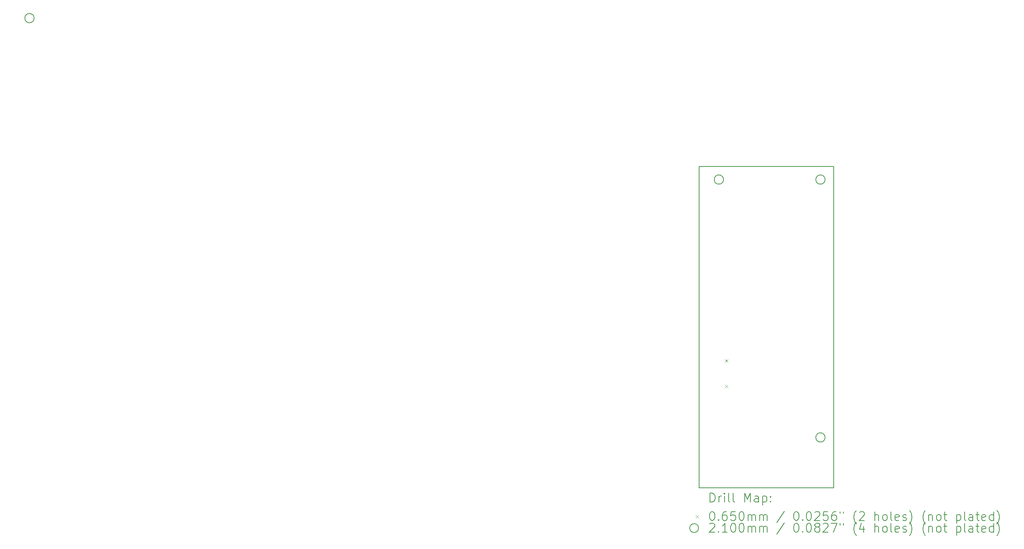
<source format=gbr>
%TF.GenerationSoftware,KiCad,Pcbnew,8.0.1*%
%TF.CreationDate,2025-06-08T13:02:29-04:00*%
%TF.ProjectId,Topaz,546f7061-7a2e-46b6-9963-61645f706362,rev?*%
%TF.SameCoordinates,Original*%
%TF.FileFunction,Drillmap*%
%TF.FilePolarity,Positive*%
%FSLAX45Y45*%
G04 Gerber Fmt 4.5, Leading zero omitted, Abs format (unit mm)*
G04 Created by KiCad (PCBNEW 8.0.1) date 2025-06-08 13:02:29*
%MOMM*%
%LPD*%
G01*
G04 APERTURE LIST*
%ADD10C,0.200000*%
%ADD11C,0.100000*%
%ADD12C,0.210000*%
G04 APERTURE END LIST*
D10*
X15400000Y-3600000D02*
X18450000Y-3600000D01*
X18450000Y-10892933D01*
X15400000Y-10892933D01*
X15400000Y-3600000D01*
D11*
X15988845Y-7978465D02*
X16053845Y-8043465D01*
X16053845Y-7978465D02*
X15988845Y-8043465D01*
X15988845Y-8556465D02*
X16053845Y-8621465D01*
X16053845Y-8556465D02*
X15988845Y-8621465D01*
D12*
X342500Y-237500D02*
G75*
G02*
X132500Y-237500I-105000J0D01*
G01*
X132500Y-237500D02*
G75*
G02*
X342500Y-237500I105000J0D01*
G01*
X15955000Y-3900000D02*
G75*
G02*
X15745000Y-3900000I-105000J0D01*
G01*
X15745000Y-3900000D02*
G75*
G02*
X15955000Y-3900000I105000J0D01*
G01*
X18255000Y-3900000D02*
G75*
G02*
X18045000Y-3900000I-105000J0D01*
G01*
X18045000Y-3900000D02*
G75*
G02*
X18255000Y-3900000I105000J0D01*
G01*
X18255000Y-9750000D02*
G75*
G02*
X18045000Y-9750000I-105000J0D01*
G01*
X18045000Y-9750000D02*
G75*
G02*
X18255000Y-9750000I105000J0D01*
G01*
D10*
X15650777Y-11214416D02*
X15650777Y-11014417D01*
X15650777Y-11014417D02*
X15698396Y-11014417D01*
X15698396Y-11014417D02*
X15726967Y-11023940D01*
X15726967Y-11023940D02*
X15746015Y-11042988D01*
X15746015Y-11042988D02*
X15755539Y-11062036D01*
X15755539Y-11062036D02*
X15765062Y-11100131D01*
X15765062Y-11100131D02*
X15765062Y-11128702D01*
X15765062Y-11128702D02*
X15755539Y-11166797D01*
X15755539Y-11166797D02*
X15746015Y-11185845D01*
X15746015Y-11185845D02*
X15726967Y-11204893D01*
X15726967Y-11204893D02*
X15698396Y-11214416D01*
X15698396Y-11214416D02*
X15650777Y-11214416D01*
X15850777Y-11214416D02*
X15850777Y-11081083D01*
X15850777Y-11119178D02*
X15860301Y-11100131D01*
X15860301Y-11100131D02*
X15869824Y-11090607D01*
X15869824Y-11090607D02*
X15888872Y-11081083D01*
X15888872Y-11081083D02*
X15907920Y-11081083D01*
X15974586Y-11214416D02*
X15974586Y-11081083D01*
X15974586Y-11014417D02*
X15965062Y-11023940D01*
X15965062Y-11023940D02*
X15974586Y-11033464D01*
X15974586Y-11033464D02*
X15984110Y-11023940D01*
X15984110Y-11023940D02*
X15974586Y-11014417D01*
X15974586Y-11014417D02*
X15974586Y-11033464D01*
X16098396Y-11214416D02*
X16079348Y-11204893D01*
X16079348Y-11204893D02*
X16069824Y-11185845D01*
X16069824Y-11185845D02*
X16069824Y-11014417D01*
X16203158Y-11214416D02*
X16184110Y-11204893D01*
X16184110Y-11204893D02*
X16174586Y-11185845D01*
X16174586Y-11185845D02*
X16174586Y-11014417D01*
X16431729Y-11214416D02*
X16431729Y-11014417D01*
X16431729Y-11014417D02*
X16498396Y-11157274D01*
X16498396Y-11157274D02*
X16565062Y-11014417D01*
X16565062Y-11014417D02*
X16565062Y-11214416D01*
X16746015Y-11214416D02*
X16746015Y-11109655D01*
X16746015Y-11109655D02*
X16736491Y-11090607D01*
X16736491Y-11090607D02*
X16717443Y-11081083D01*
X16717443Y-11081083D02*
X16679348Y-11081083D01*
X16679348Y-11081083D02*
X16660301Y-11090607D01*
X16746015Y-11204893D02*
X16726967Y-11214416D01*
X16726967Y-11214416D02*
X16679348Y-11214416D01*
X16679348Y-11214416D02*
X16660301Y-11204893D01*
X16660301Y-11204893D02*
X16650777Y-11185845D01*
X16650777Y-11185845D02*
X16650777Y-11166797D01*
X16650777Y-11166797D02*
X16660301Y-11147750D01*
X16660301Y-11147750D02*
X16679348Y-11138226D01*
X16679348Y-11138226D02*
X16726967Y-11138226D01*
X16726967Y-11138226D02*
X16746015Y-11128702D01*
X16841253Y-11081083D02*
X16841253Y-11281083D01*
X16841253Y-11090607D02*
X16860301Y-11081083D01*
X16860301Y-11081083D02*
X16898396Y-11081083D01*
X16898396Y-11081083D02*
X16917444Y-11090607D01*
X16917444Y-11090607D02*
X16926967Y-11100131D01*
X16926967Y-11100131D02*
X16936491Y-11119178D01*
X16936491Y-11119178D02*
X16936491Y-11176321D01*
X16936491Y-11176321D02*
X16926967Y-11195369D01*
X16926967Y-11195369D02*
X16917444Y-11204893D01*
X16917444Y-11204893D02*
X16898396Y-11214416D01*
X16898396Y-11214416D02*
X16860301Y-11214416D01*
X16860301Y-11214416D02*
X16841253Y-11204893D01*
X17022205Y-11195369D02*
X17031729Y-11204893D01*
X17031729Y-11204893D02*
X17022205Y-11214416D01*
X17022205Y-11214416D02*
X17012682Y-11204893D01*
X17012682Y-11204893D02*
X17022205Y-11195369D01*
X17022205Y-11195369D02*
X17022205Y-11214416D01*
X17022205Y-11090607D02*
X17031729Y-11100131D01*
X17031729Y-11100131D02*
X17022205Y-11109655D01*
X17022205Y-11109655D02*
X17012682Y-11100131D01*
X17012682Y-11100131D02*
X17022205Y-11090607D01*
X17022205Y-11090607D02*
X17022205Y-11109655D01*
D11*
X15325000Y-11510433D02*
X15390000Y-11575433D01*
X15390000Y-11510433D02*
X15325000Y-11575433D01*
D10*
X15688872Y-11434416D02*
X15707920Y-11434416D01*
X15707920Y-11434416D02*
X15726967Y-11443940D01*
X15726967Y-11443940D02*
X15736491Y-11453464D01*
X15736491Y-11453464D02*
X15746015Y-11472512D01*
X15746015Y-11472512D02*
X15755539Y-11510607D01*
X15755539Y-11510607D02*
X15755539Y-11558226D01*
X15755539Y-11558226D02*
X15746015Y-11596321D01*
X15746015Y-11596321D02*
X15736491Y-11615369D01*
X15736491Y-11615369D02*
X15726967Y-11624893D01*
X15726967Y-11624893D02*
X15707920Y-11634416D01*
X15707920Y-11634416D02*
X15688872Y-11634416D01*
X15688872Y-11634416D02*
X15669824Y-11624893D01*
X15669824Y-11624893D02*
X15660301Y-11615369D01*
X15660301Y-11615369D02*
X15650777Y-11596321D01*
X15650777Y-11596321D02*
X15641253Y-11558226D01*
X15641253Y-11558226D02*
X15641253Y-11510607D01*
X15641253Y-11510607D02*
X15650777Y-11472512D01*
X15650777Y-11472512D02*
X15660301Y-11453464D01*
X15660301Y-11453464D02*
X15669824Y-11443940D01*
X15669824Y-11443940D02*
X15688872Y-11434416D01*
X15841253Y-11615369D02*
X15850777Y-11624893D01*
X15850777Y-11624893D02*
X15841253Y-11634416D01*
X15841253Y-11634416D02*
X15831729Y-11624893D01*
X15831729Y-11624893D02*
X15841253Y-11615369D01*
X15841253Y-11615369D02*
X15841253Y-11634416D01*
X16022205Y-11434416D02*
X15984110Y-11434416D01*
X15984110Y-11434416D02*
X15965062Y-11443940D01*
X15965062Y-11443940D02*
X15955539Y-11453464D01*
X15955539Y-11453464D02*
X15936491Y-11482035D01*
X15936491Y-11482035D02*
X15926967Y-11520131D01*
X15926967Y-11520131D02*
X15926967Y-11596321D01*
X15926967Y-11596321D02*
X15936491Y-11615369D01*
X15936491Y-11615369D02*
X15946015Y-11624893D01*
X15946015Y-11624893D02*
X15965062Y-11634416D01*
X15965062Y-11634416D02*
X16003158Y-11634416D01*
X16003158Y-11634416D02*
X16022205Y-11624893D01*
X16022205Y-11624893D02*
X16031729Y-11615369D01*
X16031729Y-11615369D02*
X16041253Y-11596321D01*
X16041253Y-11596321D02*
X16041253Y-11548702D01*
X16041253Y-11548702D02*
X16031729Y-11529655D01*
X16031729Y-11529655D02*
X16022205Y-11520131D01*
X16022205Y-11520131D02*
X16003158Y-11510607D01*
X16003158Y-11510607D02*
X15965062Y-11510607D01*
X15965062Y-11510607D02*
X15946015Y-11520131D01*
X15946015Y-11520131D02*
X15936491Y-11529655D01*
X15936491Y-11529655D02*
X15926967Y-11548702D01*
X16222205Y-11434416D02*
X16126967Y-11434416D01*
X16126967Y-11434416D02*
X16117443Y-11529655D01*
X16117443Y-11529655D02*
X16126967Y-11520131D01*
X16126967Y-11520131D02*
X16146015Y-11510607D01*
X16146015Y-11510607D02*
X16193634Y-11510607D01*
X16193634Y-11510607D02*
X16212682Y-11520131D01*
X16212682Y-11520131D02*
X16222205Y-11529655D01*
X16222205Y-11529655D02*
X16231729Y-11548702D01*
X16231729Y-11548702D02*
X16231729Y-11596321D01*
X16231729Y-11596321D02*
X16222205Y-11615369D01*
X16222205Y-11615369D02*
X16212682Y-11624893D01*
X16212682Y-11624893D02*
X16193634Y-11634416D01*
X16193634Y-11634416D02*
X16146015Y-11634416D01*
X16146015Y-11634416D02*
X16126967Y-11624893D01*
X16126967Y-11624893D02*
X16117443Y-11615369D01*
X16355539Y-11434416D02*
X16374586Y-11434416D01*
X16374586Y-11434416D02*
X16393634Y-11443940D01*
X16393634Y-11443940D02*
X16403158Y-11453464D01*
X16403158Y-11453464D02*
X16412682Y-11472512D01*
X16412682Y-11472512D02*
X16422205Y-11510607D01*
X16422205Y-11510607D02*
X16422205Y-11558226D01*
X16422205Y-11558226D02*
X16412682Y-11596321D01*
X16412682Y-11596321D02*
X16403158Y-11615369D01*
X16403158Y-11615369D02*
X16393634Y-11624893D01*
X16393634Y-11624893D02*
X16374586Y-11634416D01*
X16374586Y-11634416D02*
X16355539Y-11634416D01*
X16355539Y-11634416D02*
X16336491Y-11624893D01*
X16336491Y-11624893D02*
X16326967Y-11615369D01*
X16326967Y-11615369D02*
X16317443Y-11596321D01*
X16317443Y-11596321D02*
X16307920Y-11558226D01*
X16307920Y-11558226D02*
X16307920Y-11510607D01*
X16307920Y-11510607D02*
X16317443Y-11472512D01*
X16317443Y-11472512D02*
X16326967Y-11453464D01*
X16326967Y-11453464D02*
X16336491Y-11443940D01*
X16336491Y-11443940D02*
X16355539Y-11434416D01*
X16507920Y-11634416D02*
X16507920Y-11501083D01*
X16507920Y-11520131D02*
X16517443Y-11510607D01*
X16517443Y-11510607D02*
X16536491Y-11501083D01*
X16536491Y-11501083D02*
X16565063Y-11501083D01*
X16565063Y-11501083D02*
X16584110Y-11510607D01*
X16584110Y-11510607D02*
X16593634Y-11529655D01*
X16593634Y-11529655D02*
X16593634Y-11634416D01*
X16593634Y-11529655D02*
X16603158Y-11510607D01*
X16603158Y-11510607D02*
X16622205Y-11501083D01*
X16622205Y-11501083D02*
X16650777Y-11501083D01*
X16650777Y-11501083D02*
X16669824Y-11510607D01*
X16669824Y-11510607D02*
X16679348Y-11529655D01*
X16679348Y-11529655D02*
X16679348Y-11634416D01*
X16774586Y-11634416D02*
X16774586Y-11501083D01*
X16774586Y-11520131D02*
X16784110Y-11510607D01*
X16784110Y-11510607D02*
X16803158Y-11501083D01*
X16803158Y-11501083D02*
X16831729Y-11501083D01*
X16831729Y-11501083D02*
X16850777Y-11510607D01*
X16850777Y-11510607D02*
X16860301Y-11529655D01*
X16860301Y-11529655D02*
X16860301Y-11634416D01*
X16860301Y-11529655D02*
X16869825Y-11510607D01*
X16869825Y-11510607D02*
X16888872Y-11501083D01*
X16888872Y-11501083D02*
X16917444Y-11501083D01*
X16917444Y-11501083D02*
X16936491Y-11510607D01*
X16936491Y-11510607D02*
X16946015Y-11529655D01*
X16946015Y-11529655D02*
X16946015Y-11634416D01*
X17336491Y-11424893D02*
X17165063Y-11682035D01*
X17593634Y-11434416D02*
X17612682Y-11434416D01*
X17612682Y-11434416D02*
X17631729Y-11443940D01*
X17631729Y-11443940D02*
X17641253Y-11453464D01*
X17641253Y-11453464D02*
X17650777Y-11472512D01*
X17650777Y-11472512D02*
X17660301Y-11510607D01*
X17660301Y-11510607D02*
X17660301Y-11558226D01*
X17660301Y-11558226D02*
X17650777Y-11596321D01*
X17650777Y-11596321D02*
X17641253Y-11615369D01*
X17641253Y-11615369D02*
X17631729Y-11624893D01*
X17631729Y-11624893D02*
X17612682Y-11634416D01*
X17612682Y-11634416D02*
X17593634Y-11634416D01*
X17593634Y-11634416D02*
X17574587Y-11624893D01*
X17574587Y-11624893D02*
X17565063Y-11615369D01*
X17565063Y-11615369D02*
X17555539Y-11596321D01*
X17555539Y-11596321D02*
X17546015Y-11558226D01*
X17546015Y-11558226D02*
X17546015Y-11510607D01*
X17546015Y-11510607D02*
X17555539Y-11472512D01*
X17555539Y-11472512D02*
X17565063Y-11453464D01*
X17565063Y-11453464D02*
X17574587Y-11443940D01*
X17574587Y-11443940D02*
X17593634Y-11434416D01*
X17746015Y-11615369D02*
X17755539Y-11624893D01*
X17755539Y-11624893D02*
X17746015Y-11634416D01*
X17746015Y-11634416D02*
X17736491Y-11624893D01*
X17736491Y-11624893D02*
X17746015Y-11615369D01*
X17746015Y-11615369D02*
X17746015Y-11634416D01*
X17879348Y-11434416D02*
X17898396Y-11434416D01*
X17898396Y-11434416D02*
X17917444Y-11443940D01*
X17917444Y-11443940D02*
X17926968Y-11453464D01*
X17926968Y-11453464D02*
X17936491Y-11472512D01*
X17936491Y-11472512D02*
X17946015Y-11510607D01*
X17946015Y-11510607D02*
X17946015Y-11558226D01*
X17946015Y-11558226D02*
X17936491Y-11596321D01*
X17936491Y-11596321D02*
X17926968Y-11615369D01*
X17926968Y-11615369D02*
X17917444Y-11624893D01*
X17917444Y-11624893D02*
X17898396Y-11634416D01*
X17898396Y-11634416D02*
X17879348Y-11634416D01*
X17879348Y-11634416D02*
X17860301Y-11624893D01*
X17860301Y-11624893D02*
X17850777Y-11615369D01*
X17850777Y-11615369D02*
X17841253Y-11596321D01*
X17841253Y-11596321D02*
X17831729Y-11558226D01*
X17831729Y-11558226D02*
X17831729Y-11510607D01*
X17831729Y-11510607D02*
X17841253Y-11472512D01*
X17841253Y-11472512D02*
X17850777Y-11453464D01*
X17850777Y-11453464D02*
X17860301Y-11443940D01*
X17860301Y-11443940D02*
X17879348Y-11434416D01*
X18022206Y-11453464D02*
X18031729Y-11443940D01*
X18031729Y-11443940D02*
X18050777Y-11434416D01*
X18050777Y-11434416D02*
X18098396Y-11434416D01*
X18098396Y-11434416D02*
X18117444Y-11443940D01*
X18117444Y-11443940D02*
X18126968Y-11453464D01*
X18126968Y-11453464D02*
X18136491Y-11472512D01*
X18136491Y-11472512D02*
X18136491Y-11491559D01*
X18136491Y-11491559D02*
X18126968Y-11520131D01*
X18126968Y-11520131D02*
X18012682Y-11634416D01*
X18012682Y-11634416D02*
X18136491Y-11634416D01*
X18317444Y-11434416D02*
X18222206Y-11434416D01*
X18222206Y-11434416D02*
X18212682Y-11529655D01*
X18212682Y-11529655D02*
X18222206Y-11520131D01*
X18222206Y-11520131D02*
X18241253Y-11510607D01*
X18241253Y-11510607D02*
X18288872Y-11510607D01*
X18288872Y-11510607D02*
X18307920Y-11520131D01*
X18307920Y-11520131D02*
X18317444Y-11529655D01*
X18317444Y-11529655D02*
X18326968Y-11548702D01*
X18326968Y-11548702D02*
X18326968Y-11596321D01*
X18326968Y-11596321D02*
X18317444Y-11615369D01*
X18317444Y-11615369D02*
X18307920Y-11624893D01*
X18307920Y-11624893D02*
X18288872Y-11634416D01*
X18288872Y-11634416D02*
X18241253Y-11634416D01*
X18241253Y-11634416D02*
X18222206Y-11624893D01*
X18222206Y-11624893D02*
X18212682Y-11615369D01*
X18498396Y-11434416D02*
X18460301Y-11434416D01*
X18460301Y-11434416D02*
X18441253Y-11443940D01*
X18441253Y-11443940D02*
X18431729Y-11453464D01*
X18431729Y-11453464D02*
X18412682Y-11482035D01*
X18412682Y-11482035D02*
X18403158Y-11520131D01*
X18403158Y-11520131D02*
X18403158Y-11596321D01*
X18403158Y-11596321D02*
X18412682Y-11615369D01*
X18412682Y-11615369D02*
X18422206Y-11624893D01*
X18422206Y-11624893D02*
X18441253Y-11634416D01*
X18441253Y-11634416D02*
X18479349Y-11634416D01*
X18479349Y-11634416D02*
X18498396Y-11624893D01*
X18498396Y-11624893D02*
X18507920Y-11615369D01*
X18507920Y-11615369D02*
X18517444Y-11596321D01*
X18517444Y-11596321D02*
X18517444Y-11548702D01*
X18517444Y-11548702D02*
X18507920Y-11529655D01*
X18507920Y-11529655D02*
X18498396Y-11520131D01*
X18498396Y-11520131D02*
X18479349Y-11510607D01*
X18479349Y-11510607D02*
X18441253Y-11510607D01*
X18441253Y-11510607D02*
X18422206Y-11520131D01*
X18422206Y-11520131D02*
X18412682Y-11529655D01*
X18412682Y-11529655D02*
X18403158Y-11548702D01*
X18593634Y-11434416D02*
X18593634Y-11472512D01*
X18669825Y-11434416D02*
X18669825Y-11472512D01*
X18965063Y-11710607D02*
X18955539Y-11701083D01*
X18955539Y-11701083D02*
X18936491Y-11672512D01*
X18936491Y-11672512D02*
X18926968Y-11653464D01*
X18926968Y-11653464D02*
X18917444Y-11624893D01*
X18917444Y-11624893D02*
X18907920Y-11577274D01*
X18907920Y-11577274D02*
X18907920Y-11539178D01*
X18907920Y-11539178D02*
X18917444Y-11491559D01*
X18917444Y-11491559D02*
X18926968Y-11462988D01*
X18926968Y-11462988D02*
X18936491Y-11443940D01*
X18936491Y-11443940D02*
X18955539Y-11415369D01*
X18955539Y-11415369D02*
X18965063Y-11405845D01*
X19031730Y-11453464D02*
X19041253Y-11443940D01*
X19041253Y-11443940D02*
X19060301Y-11434416D01*
X19060301Y-11434416D02*
X19107920Y-11434416D01*
X19107920Y-11434416D02*
X19126968Y-11443940D01*
X19126968Y-11443940D02*
X19136491Y-11453464D01*
X19136491Y-11453464D02*
X19146015Y-11472512D01*
X19146015Y-11472512D02*
X19146015Y-11491559D01*
X19146015Y-11491559D02*
X19136491Y-11520131D01*
X19136491Y-11520131D02*
X19022206Y-11634416D01*
X19022206Y-11634416D02*
X19146015Y-11634416D01*
X19384111Y-11634416D02*
X19384111Y-11434416D01*
X19469825Y-11634416D02*
X19469825Y-11529655D01*
X19469825Y-11529655D02*
X19460301Y-11510607D01*
X19460301Y-11510607D02*
X19441253Y-11501083D01*
X19441253Y-11501083D02*
X19412682Y-11501083D01*
X19412682Y-11501083D02*
X19393634Y-11510607D01*
X19393634Y-11510607D02*
X19384111Y-11520131D01*
X19593634Y-11634416D02*
X19574587Y-11624893D01*
X19574587Y-11624893D02*
X19565063Y-11615369D01*
X19565063Y-11615369D02*
X19555539Y-11596321D01*
X19555539Y-11596321D02*
X19555539Y-11539178D01*
X19555539Y-11539178D02*
X19565063Y-11520131D01*
X19565063Y-11520131D02*
X19574587Y-11510607D01*
X19574587Y-11510607D02*
X19593634Y-11501083D01*
X19593634Y-11501083D02*
X19622206Y-11501083D01*
X19622206Y-11501083D02*
X19641253Y-11510607D01*
X19641253Y-11510607D02*
X19650777Y-11520131D01*
X19650777Y-11520131D02*
X19660301Y-11539178D01*
X19660301Y-11539178D02*
X19660301Y-11596321D01*
X19660301Y-11596321D02*
X19650777Y-11615369D01*
X19650777Y-11615369D02*
X19641253Y-11624893D01*
X19641253Y-11624893D02*
X19622206Y-11634416D01*
X19622206Y-11634416D02*
X19593634Y-11634416D01*
X19774587Y-11634416D02*
X19755539Y-11624893D01*
X19755539Y-11624893D02*
X19746015Y-11605845D01*
X19746015Y-11605845D02*
X19746015Y-11434416D01*
X19926968Y-11624893D02*
X19907920Y-11634416D01*
X19907920Y-11634416D02*
X19869825Y-11634416D01*
X19869825Y-11634416D02*
X19850777Y-11624893D01*
X19850777Y-11624893D02*
X19841253Y-11605845D01*
X19841253Y-11605845D02*
X19841253Y-11529655D01*
X19841253Y-11529655D02*
X19850777Y-11510607D01*
X19850777Y-11510607D02*
X19869825Y-11501083D01*
X19869825Y-11501083D02*
X19907920Y-11501083D01*
X19907920Y-11501083D02*
X19926968Y-11510607D01*
X19926968Y-11510607D02*
X19936492Y-11529655D01*
X19936492Y-11529655D02*
X19936492Y-11548702D01*
X19936492Y-11548702D02*
X19841253Y-11567750D01*
X20012682Y-11624893D02*
X20031730Y-11634416D01*
X20031730Y-11634416D02*
X20069825Y-11634416D01*
X20069825Y-11634416D02*
X20088873Y-11624893D01*
X20088873Y-11624893D02*
X20098396Y-11605845D01*
X20098396Y-11605845D02*
X20098396Y-11596321D01*
X20098396Y-11596321D02*
X20088873Y-11577274D01*
X20088873Y-11577274D02*
X20069825Y-11567750D01*
X20069825Y-11567750D02*
X20041253Y-11567750D01*
X20041253Y-11567750D02*
X20022206Y-11558226D01*
X20022206Y-11558226D02*
X20012682Y-11539178D01*
X20012682Y-11539178D02*
X20012682Y-11529655D01*
X20012682Y-11529655D02*
X20022206Y-11510607D01*
X20022206Y-11510607D02*
X20041253Y-11501083D01*
X20041253Y-11501083D02*
X20069825Y-11501083D01*
X20069825Y-11501083D02*
X20088873Y-11510607D01*
X20165063Y-11710607D02*
X20174587Y-11701083D01*
X20174587Y-11701083D02*
X20193634Y-11672512D01*
X20193634Y-11672512D02*
X20203158Y-11653464D01*
X20203158Y-11653464D02*
X20212682Y-11624893D01*
X20212682Y-11624893D02*
X20222206Y-11577274D01*
X20222206Y-11577274D02*
X20222206Y-11539178D01*
X20222206Y-11539178D02*
X20212682Y-11491559D01*
X20212682Y-11491559D02*
X20203158Y-11462988D01*
X20203158Y-11462988D02*
X20193634Y-11443940D01*
X20193634Y-11443940D02*
X20174587Y-11415369D01*
X20174587Y-11415369D02*
X20165063Y-11405845D01*
X20526968Y-11710607D02*
X20517444Y-11701083D01*
X20517444Y-11701083D02*
X20498396Y-11672512D01*
X20498396Y-11672512D02*
X20488873Y-11653464D01*
X20488873Y-11653464D02*
X20479349Y-11624893D01*
X20479349Y-11624893D02*
X20469825Y-11577274D01*
X20469825Y-11577274D02*
X20469825Y-11539178D01*
X20469825Y-11539178D02*
X20479349Y-11491559D01*
X20479349Y-11491559D02*
X20488873Y-11462988D01*
X20488873Y-11462988D02*
X20498396Y-11443940D01*
X20498396Y-11443940D02*
X20517444Y-11415369D01*
X20517444Y-11415369D02*
X20526968Y-11405845D01*
X20603158Y-11501083D02*
X20603158Y-11634416D01*
X20603158Y-11520131D02*
X20612682Y-11510607D01*
X20612682Y-11510607D02*
X20631730Y-11501083D01*
X20631730Y-11501083D02*
X20660301Y-11501083D01*
X20660301Y-11501083D02*
X20679349Y-11510607D01*
X20679349Y-11510607D02*
X20688873Y-11529655D01*
X20688873Y-11529655D02*
X20688873Y-11634416D01*
X20812682Y-11634416D02*
X20793634Y-11624893D01*
X20793634Y-11624893D02*
X20784111Y-11615369D01*
X20784111Y-11615369D02*
X20774587Y-11596321D01*
X20774587Y-11596321D02*
X20774587Y-11539178D01*
X20774587Y-11539178D02*
X20784111Y-11520131D01*
X20784111Y-11520131D02*
X20793634Y-11510607D01*
X20793634Y-11510607D02*
X20812682Y-11501083D01*
X20812682Y-11501083D02*
X20841254Y-11501083D01*
X20841254Y-11501083D02*
X20860301Y-11510607D01*
X20860301Y-11510607D02*
X20869825Y-11520131D01*
X20869825Y-11520131D02*
X20879349Y-11539178D01*
X20879349Y-11539178D02*
X20879349Y-11596321D01*
X20879349Y-11596321D02*
X20869825Y-11615369D01*
X20869825Y-11615369D02*
X20860301Y-11624893D01*
X20860301Y-11624893D02*
X20841254Y-11634416D01*
X20841254Y-11634416D02*
X20812682Y-11634416D01*
X20936492Y-11501083D02*
X21012682Y-11501083D01*
X20965063Y-11434416D02*
X20965063Y-11605845D01*
X20965063Y-11605845D02*
X20974587Y-11624893D01*
X20974587Y-11624893D02*
X20993634Y-11634416D01*
X20993634Y-11634416D02*
X21012682Y-11634416D01*
X21231730Y-11501083D02*
X21231730Y-11701083D01*
X21231730Y-11510607D02*
X21250777Y-11501083D01*
X21250777Y-11501083D02*
X21288873Y-11501083D01*
X21288873Y-11501083D02*
X21307920Y-11510607D01*
X21307920Y-11510607D02*
X21317444Y-11520131D01*
X21317444Y-11520131D02*
X21326968Y-11539178D01*
X21326968Y-11539178D02*
X21326968Y-11596321D01*
X21326968Y-11596321D02*
X21317444Y-11615369D01*
X21317444Y-11615369D02*
X21307920Y-11624893D01*
X21307920Y-11624893D02*
X21288873Y-11634416D01*
X21288873Y-11634416D02*
X21250777Y-11634416D01*
X21250777Y-11634416D02*
X21231730Y-11624893D01*
X21441254Y-11634416D02*
X21422206Y-11624893D01*
X21422206Y-11624893D02*
X21412682Y-11605845D01*
X21412682Y-11605845D02*
X21412682Y-11434416D01*
X21603158Y-11634416D02*
X21603158Y-11529655D01*
X21603158Y-11529655D02*
X21593635Y-11510607D01*
X21593635Y-11510607D02*
X21574587Y-11501083D01*
X21574587Y-11501083D02*
X21536492Y-11501083D01*
X21536492Y-11501083D02*
X21517444Y-11510607D01*
X21603158Y-11624893D02*
X21584111Y-11634416D01*
X21584111Y-11634416D02*
X21536492Y-11634416D01*
X21536492Y-11634416D02*
X21517444Y-11624893D01*
X21517444Y-11624893D02*
X21507920Y-11605845D01*
X21507920Y-11605845D02*
X21507920Y-11586797D01*
X21507920Y-11586797D02*
X21517444Y-11567750D01*
X21517444Y-11567750D02*
X21536492Y-11558226D01*
X21536492Y-11558226D02*
X21584111Y-11558226D01*
X21584111Y-11558226D02*
X21603158Y-11548702D01*
X21669825Y-11501083D02*
X21746015Y-11501083D01*
X21698396Y-11434416D02*
X21698396Y-11605845D01*
X21698396Y-11605845D02*
X21707920Y-11624893D01*
X21707920Y-11624893D02*
X21726968Y-11634416D01*
X21726968Y-11634416D02*
X21746015Y-11634416D01*
X21888873Y-11624893D02*
X21869825Y-11634416D01*
X21869825Y-11634416D02*
X21831730Y-11634416D01*
X21831730Y-11634416D02*
X21812682Y-11624893D01*
X21812682Y-11624893D02*
X21803158Y-11605845D01*
X21803158Y-11605845D02*
X21803158Y-11529655D01*
X21803158Y-11529655D02*
X21812682Y-11510607D01*
X21812682Y-11510607D02*
X21831730Y-11501083D01*
X21831730Y-11501083D02*
X21869825Y-11501083D01*
X21869825Y-11501083D02*
X21888873Y-11510607D01*
X21888873Y-11510607D02*
X21898396Y-11529655D01*
X21898396Y-11529655D02*
X21898396Y-11548702D01*
X21898396Y-11548702D02*
X21803158Y-11567750D01*
X22069825Y-11634416D02*
X22069825Y-11434416D01*
X22069825Y-11624893D02*
X22050777Y-11634416D01*
X22050777Y-11634416D02*
X22012682Y-11634416D01*
X22012682Y-11634416D02*
X21993635Y-11624893D01*
X21993635Y-11624893D02*
X21984111Y-11615369D01*
X21984111Y-11615369D02*
X21974587Y-11596321D01*
X21974587Y-11596321D02*
X21974587Y-11539178D01*
X21974587Y-11539178D02*
X21984111Y-11520131D01*
X21984111Y-11520131D02*
X21993635Y-11510607D01*
X21993635Y-11510607D02*
X22012682Y-11501083D01*
X22012682Y-11501083D02*
X22050777Y-11501083D01*
X22050777Y-11501083D02*
X22069825Y-11510607D01*
X22146016Y-11710607D02*
X22155539Y-11701083D01*
X22155539Y-11701083D02*
X22174587Y-11672512D01*
X22174587Y-11672512D02*
X22184111Y-11653464D01*
X22184111Y-11653464D02*
X22193635Y-11624893D01*
X22193635Y-11624893D02*
X22203158Y-11577274D01*
X22203158Y-11577274D02*
X22203158Y-11539178D01*
X22203158Y-11539178D02*
X22193635Y-11491559D01*
X22193635Y-11491559D02*
X22184111Y-11462988D01*
X22184111Y-11462988D02*
X22174587Y-11443940D01*
X22174587Y-11443940D02*
X22155539Y-11415369D01*
X22155539Y-11415369D02*
X22146016Y-11405845D01*
X15390000Y-11806933D02*
G75*
G02*
X15190000Y-11806933I-100000J0D01*
G01*
X15190000Y-11806933D02*
G75*
G02*
X15390000Y-11806933I100000J0D01*
G01*
X15641253Y-11717464D02*
X15650777Y-11707940D01*
X15650777Y-11707940D02*
X15669824Y-11698416D01*
X15669824Y-11698416D02*
X15717443Y-11698416D01*
X15717443Y-11698416D02*
X15736491Y-11707940D01*
X15736491Y-11707940D02*
X15746015Y-11717464D01*
X15746015Y-11717464D02*
X15755539Y-11736512D01*
X15755539Y-11736512D02*
X15755539Y-11755559D01*
X15755539Y-11755559D02*
X15746015Y-11784131D01*
X15746015Y-11784131D02*
X15631729Y-11898416D01*
X15631729Y-11898416D02*
X15755539Y-11898416D01*
X15841253Y-11879369D02*
X15850777Y-11888893D01*
X15850777Y-11888893D02*
X15841253Y-11898416D01*
X15841253Y-11898416D02*
X15831729Y-11888893D01*
X15831729Y-11888893D02*
X15841253Y-11879369D01*
X15841253Y-11879369D02*
X15841253Y-11898416D01*
X16041253Y-11898416D02*
X15926967Y-11898416D01*
X15984110Y-11898416D02*
X15984110Y-11698416D01*
X15984110Y-11698416D02*
X15965062Y-11726988D01*
X15965062Y-11726988D02*
X15946015Y-11746035D01*
X15946015Y-11746035D02*
X15926967Y-11755559D01*
X16165062Y-11698416D02*
X16184110Y-11698416D01*
X16184110Y-11698416D02*
X16203158Y-11707940D01*
X16203158Y-11707940D02*
X16212682Y-11717464D01*
X16212682Y-11717464D02*
X16222205Y-11736512D01*
X16222205Y-11736512D02*
X16231729Y-11774607D01*
X16231729Y-11774607D02*
X16231729Y-11822226D01*
X16231729Y-11822226D02*
X16222205Y-11860321D01*
X16222205Y-11860321D02*
X16212682Y-11879369D01*
X16212682Y-11879369D02*
X16203158Y-11888893D01*
X16203158Y-11888893D02*
X16184110Y-11898416D01*
X16184110Y-11898416D02*
X16165062Y-11898416D01*
X16165062Y-11898416D02*
X16146015Y-11888893D01*
X16146015Y-11888893D02*
X16136491Y-11879369D01*
X16136491Y-11879369D02*
X16126967Y-11860321D01*
X16126967Y-11860321D02*
X16117443Y-11822226D01*
X16117443Y-11822226D02*
X16117443Y-11774607D01*
X16117443Y-11774607D02*
X16126967Y-11736512D01*
X16126967Y-11736512D02*
X16136491Y-11717464D01*
X16136491Y-11717464D02*
X16146015Y-11707940D01*
X16146015Y-11707940D02*
X16165062Y-11698416D01*
X16355539Y-11698416D02*
X16374586Y-11698416D01*
X16374586Y-11698416D02*
X16393634Y-11707940D01*
X16393634Y-11707940D02*
X16403158Y-11717464D01*
X16403158Y-11717464D02*
X16412682Y-11736512D01*
X16412682Y-11736512D02*
X16422205Y-11774607D01*
X16422205Y-11774607D02*
X16422205Y-11822226D01*
X16422205Y-11822226D02*
X16412682Y-11860321D01*
X16412682Y-11860321D02*
X16403158Y-11879369D01*
X16403158Y-11879369D02*
X16393634Y-11888893D01*
X16393634Y-11888893D02*
X16374586Y-11898416D01*
X16374586Y-11898416D02*
X16355539Y-11898416D01*
X16355539Y-11898416D02*
X16336491Y-11888893D01*
X16336491Y-11888893D02*
X16326967Y-11879369D01*
X16326967Y-11879369D02*
X16317443Y-11860321D01*
X16317443Y-11860321D02*
X16307920Y-11822226D01*
X16307920Y-11822226D02*
X16307920Y-11774607D01*
X16307920Y-11774607D02*
X16317443Y-11736512D01*
X16317443Y-11736512D02*
X16326967Y-11717464D01*
X16326967Y-11717464D02*
X16336491Y-11707940D01*
X16336491Y-11707940D02*
X16355539Y-11698416D01*
X16507920Y-11898416D02*
X16507920Y-11765083D01*
X16507920Y-11784131D02*
X16517443Y-11774607D01*
X16517443Y-11774607D02*
X16536491Y-11765083D01*
X16536491Y-11765083D02*
X16565063Y-11765083D01*
X16565063Y-11765083D02*
X16584110Y-11774607D01*
X16584110Y-11774607D02*
X16593634Y-11793655D01*
X16593634Y-11793655D02*
X16593634Y-11898416D01*
X16593634Y-11793655D02*
X16603158Y-11774607D01*
X16603158Y-11774607D02*
X16622205Y-11765083D01*
X16622205Y-11765083D02*
X16650777Y-11765083D01*
X16650777Y-11765083D02*
X16669824Y-11774607D01*
X16669824Y-11774607D02*
X16679348Y-11793655D01*
X16679348Y-11793655D02*
X16679348Y-11898416D01*
X16774586Y-11898416D02*
X16774586Y-11765083D01*
X16774586Y-11784131D02*
X16784110Y-11774607D01*
X16784110Y-11774607D02*
X16803158Y-11765083D01*
X16803158Y-11765083D02*
X16831729Y-11765083D01*
X16831729Y-11765083D02*
X16850777Y-11774607D01*
X16850777Y-11774607D02*
X16860301Y-11793655D01*
X16860301Y-11793655D02*
X16860301Y-11898416D01*
X16860301Y-11793655D02*
X16869825Y-11774607D01*
X16869825Y-11774607D02*
X16888872Y-11765083D01*
X16888872Y-11765083D02*
X16917444Y-11765083D01*
X16917444Y-11765083D02*
X16936491Y-11774607D01*
X16936491Y-11774607D02*
X16946015Y-11793655D01*
X16946015Y-11793655D02*
X16946015Y-11898416D01*
X17336491Y-11688893D02*
X17165063Y-11946035D01*
X17593634Y-11698416D02*
X17612682Y-11698416D01*
X17612682Y-11698416D02*
X17631729Y-11707940D01*
X17631729Y-11707940D02*
X17641253Y-11717464D01*
X17641253Y-11717464D02*
X17650777Y-11736512D01*
X17650777Y-11736512D02*
X17660301Y-11774607D01*
X17660301Y-11774607D02*
X17660301Y-11822226D01*
X17660301Y-11822226D02*
X17650777Y-11860321D01*
X17650777Y-11860321D02*
X17641253Y-11879369D01*
X17641253Y-11879369D02*
X17631729Y-11888893D01*
X17631729Y-11888893D02*
X17612682Y-11898416D01*
X17612682Y-11898416D02*
X17593634Y-11898416D01*
X17593634Y-11898416D02*
X17574587Y-11888893D01*
X17574587Y-11888893D02*
X17565063Y-11879369D01*
X17565063Y-11879369D02*
X17555539Y-11860321D01*
X17555539Y-11860321D02*
X17546015Y-11822226D01*
X17546015Y-11822226D02*
X17546015Y-11774607D01*
X17546015Y-11774607D02*
X17555539Y-11736512D01*
X17555539Y-11736512D02*
X17565063Y-11717464D01*
X17565063Y-11717464D02*
X17574587Y-11707940D01*
X17574587Y-11707940D02*
X17593634Y-11698416D01*
X17746015Y-11879369D02*
X17755539Y-11888893D01*
X17755539Y-11888893D02*
X17746015Y-11898416D01*
X17746015Y-11898416D02*
X17736491Y-11888893D01*
X17736491Y-11888893D02*
X17746015Y-11879369D01*
X17746015Y-11879369D02*
X17746015Y-11898416D01*
X17879348Y-11698416D02*
X17898396Y-11698416D01*
X17898396Y-11698416D02*
X17917444Y-11707940D01*
X17917444Y-11707940D02*
X17926968Y-11717464D01*
X17926968Y-11717464D02*
X17936491Y-11736512D01*
X17936491Y-11736512D02*
X17946015Y-11774607D01*
X17946015Y-11774607D02*
X17946015Y-11822226D01*
X17946015Y-11822226D02*
X17936491Y-11860321D01*
X17936491Y-11860321D02*
X17926968Y-11879369D01*
X17926968Y-11879369D02*
X17917444Y-11888893D01*
X17917444Y-11888893D02*
X17898396Y-11898416D01*
X17898396Y-11898416D02*
X17879348Y-11898416D01*
X17879348Y-11898416D02*
X17860301Y-11888893D01*
X17860301Y-11888893D02*
X17850777Y-11879369D01*
X17850777Y-11879369D02*
X17841253Y-11860321D01*
X17841253Y-11860321D02*
X17831729Y-11822226D01*
X17831729Y-11822226D02*
X17831729Y-11774607D01*
X17831729Y-11774607D02*
X17841253Y-11736512D01*
X17841253Y-11736512D02*
X17850777Y-11717464D01*
X17850777Y-11717464D02*
X17860301Y-11707940D01*
X17860301Y-11707940D02*
X17879348Y-11698416D01*
X18060301Y-11784131D02*
X18041253Y-11774607D01*
X18041253Y-11774607D02*
X18031729Y-11765083D01*
X18031729Y-11765083D02*
X18022206Y-11746035D01*
X18022206Y-11746035D02*
X18022206Y-11736512D01*
X18022206Y-11736512D02*
X18031729Y-11717464D01*
X18031729Y-11717464D02*
X18041253Y-11707940D01*
X18041253Y-11707940D02*
X18060301Y-11698416D01*
X18060301Y-11698416D02*
X18098396Y-11698416D01*
X18098396Y-11698416D02*
X18117444Y-11707940D01*
X18117444Y-11707940D02*
X18126968Y-11717464D01*
X18126968Y-11717464D02*
X18136491Y-11736512D01*
X18136491Y-11736512D02*
X18136491Y-11746035D01*
X18136491Y-11746035D02*
X18126968Y-11765083D01*
X18126968Y-11765083D02*
X18117444Y-11774607D01*
X18117444Y-11774607D02*
X18098396Y-11784131D01*
X18098396Y-11784131D02*
X18060301Y-11784131D01*
X18060301Y-11784131D02*
X18041253Y-11793655D01*
X18041253Y-11793655D02*
X18031729Y-11803178D01*
X18031729Y-11803178D02*
X18022206Y-11822226D01*
X18022206Y-11822226D02*
X18022206Y-11860321D01*
X18022206Y-11860321D02*
X18031729Y-11879369D01*
X18031729Y-11879369D02*
X18041253Y-11888893D01*
X18041253Y-11888893D02*
X18060301Y-11898416D01*
X18060301Y-11898416D02*
X18098396Y-11898416D01*
X18098396Y-11898416D02*
X18117444Y-11888893D01*
X18117444Y-11888893D02*
X18126968Y-11879369D01*
X18126968Y-11879369D02*
X18136491Y-11860321D01*
X18136491Y-11860321D02*
X18136491Y-11822226D01*
X18136491Y-11822226D02*
X18126968Y-11803178D01*
X18126968Y-11803178D02*
X18117444Y-11793655D01*
X18117444Y-11793655D02*
X18098396Y-11784131D01*
X18212682Y-11717464D02*
X18222206Y-11707940D01*
X18222206Y-11707940D02*
X18241253Y-11698416D01*
X18241253Y-11698416D02*
X18288872Y-11698416D01*
X18288872Y-11698416D02*
X18307920Y-11707940D01*
X18307920Y-11707940D02*
X18317444Y-11717464D01*
X18317444Y-11717464D02*
X18326968Y-11736512D01*
X18326968Y-11736512D02*
X18326968Y-11755559D01*
X18326968Y-11755559D02*
X18317444Y-11784131D01*
X18317444Y-11784131D02*
X18203158Y-11898416D01*
X18203158Y-11898416D02*
X18326968Y-11898416D01*
X18393634Y-11698416D02*
X18526968Y-11698416D01*
X18526968Y-11698416D02*
X18441253Y-11898416D01*
X18593634Y-11698416D02*
X18593634Y-11736512D01*
X18669825Y-11698416D02*
X18669825Y-11736512D01*
X18965063Y-11974607D02*
X18955539Y-11965083D01*
X18955539Y-11965083D02*
X18936491Y-11936512D01*
X18936491Y-11936512D02*
X18926968Y-11917464D01*
X18926968Y-11917464D02*
X18917444Y-11888893D01*
X18917444Y-11888893D02*
X18907920Y-11841274D01*
X18907920Y-11841274D02*
X18907920Y-11803178D01*
X18907920Y-11803178D02*
X18917444Y-11755559D01*
X18917444Y-11755559D02*
X18926968Y-11726988D01*
X18926968Y-11726988D02*
X18936491Y-11707940D01*
X18936491Y-11707940D02*
X18955539Y-11679369D01*
X18955539Y-11679369D02*
X18965063Y-11669845D01*
X19126968Y-11765083D02*
X19126968Y-11898416D01*
X19079349Y-11688893D02*
X19031730Y-11831750D01*
X19031730Y-11831750D02*
X19155539Y-11831750D01*
X19384111Y-11898416D02*
X19384111Y-11698416D01*
X19469825Y-11898416D02*
X19469825Y-11793655D01*
X19469825Y-11793655D02*
X19460301Y-11774607D01*
X19460301Y-11774607D02*
X19441253Y-11765083D01*
X19441253Y-11765083D02*
X19412682Y-11765083D01*
X19412682Y-11765083D02*
X19393634Y-11774607D01*
X19393634Y-11774607D02*
X19384111Y-11784131D01*
X19593634Y-11898416D02*
X19574587Y-11888893D01*
X19574587Y-11888893D02*
X19565063Y-11879369D01*
X19565063Y-11879369D02*
X19555539Y-11860321D01*
X19555539Y-11860321D02*
X19555539Y-11803178D01*
X19555539Y-11803178D02*
X19565063Y-11784131D01*
X19565063Y-11784131D02*
X19574587Y-11774607D01*
X19574587Y-11774607D02*
X19593634Y-11765083D01*
X19593634Y-11765083D02*
X19622206Y-11765083D01*
X19622206Y-11765083D02*
X19641253Y-11774607D01*
X19641253Y-11774607D02*
X19650777Y-11784131D01*
X19650777Y-11784131D02*
X19660301Y-11803178D01*
X19660301Y-11803178D02*
X19660301Y-11860321D01*
X19660301Y-11860321D02*
X19650777Y-11879369D01*
X19650777Y-11879369D02*
X19641253Y-11888893D01*
X19641253Y-11888893D02*
X19622206Y-11898416D01*
X19622206Y-11898416D02*
X19593634Y-11898416D01*
X19774587Y-11898416D02*
X19755539Y-11888893D01*
X19755539Y-11888893D02*
X19746015Y-11869845D01*
X19746015Y-11869845D02*
X19746015Y-11698416D01*
X19926968Y-11888893D02*
X19907920Y-11898416D01*
X19907920Y-11898416D02*
X19869825Y-11898416D01*
X19869825Y-11898416D02*
X19850777Y-11888893D01*
X19850777Y-11888893D02*
X19841253Y-11869845D01*
X19841253Y-11869845D02*
X19841253Y-11793655D01*
X19841253Y-11793655D02*
X19850777Y-11774607D01*
X19850777Y-11774607D02*
X19869825Y-11765083D01*
X19869825Y-11765083D02*
X19907920Y-11765083D01*
X19907920Y-11765083D02*
X19926968Y-11774607D01*
X19926968Y-11774607D02*
X19936492Y-11793655D01*
X19936492Y-11793655D02*
X19936492Y-11812702D01*
X19936492Y-11812702D02*
X19841253Y-11831750D01*
X20012682Y-11888893D02*
X20031730Y-11898416D01*
X20031730Y-11898416D02*
X20069825Y-11898416D01*
X20069825Y-11898416D02*
X20088873Y-11888893D01*
X20088873Y-11888893D02*
X20098396Y-11869845D01*
X20098396Y-11869845D02*
X20098396Y-11860321D01*
X20098396Y-11860321D02*
X20088873Y-11841274D01*
X20088873Y-11841274D02*
X20069825Y-11831750D01*
X20069825Y-11831750D02*
X20041253Y-11831750D01*
X20041253Y-11831750D02*
X20022206Y-11822226D01*
X20022206Y-11822226D02*
X20012682Y-11803178D01*
X20012682Y-11803178D02*
X20012682Y-11793655D01*
X20012682Y-11793655D02*
X20022206Y-11774607D01*
X20022206Y-11774607D02*
X20041253Y-11765083D01*
X20041253Y-11765083D02*
X20069825Y-11765083D01*
X20069825Y-11765083D02*
X20088873Y-11774607D01*
X20165063Y-11974607D02*
X20174587Y-11965083D01*
X20174587Y-11965083D02*
X20193634Y-11936512D01*
X20193634Y-11936512D02*
X20203158Y-11917464D01*
X20203158Y-11917464D02*
X20212682Y-11888893D01*
X20212682Y-11888893D02*
X20222206Y-11841274D01*
X20222206Y-11841274D02*
X20222206Y-11803178D01*
X20222206Y-11803178D02*
X20212682Y-11755559D01*
X20212682Y-11755559D02*
X20203158Y-11726988D01*
X20203158Y-11726988D02*
X20193634Y-11707940D01*
X20193634Y-11707940D02*
X20174587Y-11679369D01*
X20174587Y-11679369D02*
X20165063Y-11669845D01*
X20526968Y-11974607D02*
X20517444Y-11965083D01*
X20517444Y-11965083D02*
X20498396Y-11936512D01*
X20498396Y-11936512D02*
X20488873Y-11917464D01*
X20488873Y-11917464D02*
X20479349Y-11888893D01*
X20479349Y-11888893D02*
X20469825Y-11841274D01*
X20469825Y-11841274D02*
X20469825Y-11803178D01*
X20469825Y-11803178D02*
X20479349Y-11755559D01*
X20479349Y-11755559D02*
X20488873Y-11726988D01*
X20488873Y-11726988D02*
X20498396Y-11707940D01*
X20498396Y-11707940D02*
X20517444Y-11679369D01*
X20517444Y-11679369D02*
X20526968Y-11669845D01*
X20603158Y-11765083D02*
X20603158Y-11898416D01*
X20603158Y-11784131D02*
X20612682Y-11774607D01*
X20612682Y-11774607D02*
X20631730Y-11765083D01*
X20631730Y-11765083D02*
X20660301Y-11765083D01*
X20660301Y-11765083D02*
X20679349Y-11774607D01*
X20679349Y-11774607D02*
X20688873Y-11793655D01*
X20688873Y-11793655D02*
X20688873Y-11898416D01*
X20812682Y-11898416D02*
X20793634Y-11888893D01*
X20793634Y-11888893D02*
X20784111Y-11879369D01*
X20784111Y-11879369D02*
X20774587Y-11860321D01*
X20774587Y-11860321D02*
X20774587Y-11803178D01*
X20774587Y-11803178D02*
X20784111Y-11784131D01*
X20784111Y-11784131D02*
X20793634Y-11774607D01*
X20793634Y-11774607D02*
X20812682Y-11765083D01*
X20812682Y-11765083D02*
X20841254Y-11765083D01*
X20841254Y-11765083D02*
X20860301Y-11774607D01*
X20860301Y-11774607D02*
X20869825Y-11784131D01*
X20869825Y-11784131D02*
X20879349Y-11803178D01*
X20879349Y-11803178D02*
X20879349Y-11860321D01*
X20879349Y-11860321D02*
X20869825Y-11879369D01*
X20869825Y-11879369D02*
X20860301Y-11888893D01*
X20860301Y-11888893D02*
X20841254Y-11898416D01*
X20841254Y-11898416D02*
X20812682Y-11898416D01*
X20936492Y-11765083D02*
X21012682Y-11765083D01*
X20965063Y-11698416D02*
X20965063Y-11869845D01*
X20965063Y-11869845D02*
X20974587Y-11888893D01*
X20974587Y-11888893D02*
X20993634Y-11898416D01*
X20993634Y-11898416D02*
X21012682Y-11898416D01*
X21231730Y-11765083D02*
X21231730Y-11965083D01*
X21231730Y-11774607D02*
X21250777Y-11765083D01*
X21250777Y-11765083D02*
X21288873Y-11765083D01*
X21288873Y-11765083D02*
X21307920Y-11774607D01*
X21307920Y-11774607D02*
X21317444Y-11784131D01*
X21317444Y-11784131D02*
X21326968Y-11803178D01*
X21326968Y-11803178D02*
X21326968Y-11860321D01*
X21326968Y-11860321D02*
X21317444Y-11879369D01*
X21317444Y-11879369D02*
X21307920Y-11888893D01*
X21307920Y-11888893D02*
X21288873Y-11898416D01*
X21288873Y-11898416D02*
X21250777Y-11898416D01*
X21250777Y-11898416D02*
X21231730Y-11888893D01*
X21441254Y-11898416D02*
X21422206Y-11888893D01*
X21422206Y-11888893D02*
X21412682Y-11869845D01*
X21412682Y-11869845D02*
X21412682Y-11698416D01*
X21603158Y-11898416D02*
X21603158Y-11793655D01*
X21603158Y-11793655D02*
X21593635Y-11774607D01*
X21593635Y-11774607D02*
X21574587Y-11765083D01*
X21574587Y-11765083D02*
X21536492Y-11765083D01*
X21536492Y-11765083D02*
X21517444Y-11774607D01*
X21603158Y-11888893D02*
X21584111Y-11898416D01*
X21584111Y-11898416D02*
X21536492Y-11898416D01*
X21536492Y-11898416D02*
X21517444Y-11888893D01*
X21517444Y-11888893D02*
X21507920Y-11869845D01*
X21507920Y-11869845D02*
X21507920Y-11850797D01*
X21507920Y-11850797D02*
X21517444Y-11831750D01*
X21517444Y-11831750D02*
X21536492Y-11822226D01*
X21536492Y-11822226D02*
X21584111Y-11822226D01*
X21584111Y-11822226D02*
X21603158Y-11812702D01*
X21669825Y-11765083D02*
X21746015Y-11765083D01*
X21698396Y-11698416D02*
X21698396Y-11869845D01*
X21698396Y-11869845D02*
X21707920Y-11888893D01*
X21707920Y-11888893D02*
X21726968Y-11898416D01*
X21726968Y-11898416D02*
X21746015Y-11898416D01*
X21888873Y-11888893D02*
X21869825Y-11898416D01*
X21869825Y-11898416D02*
X21831730Y-11898416D01*
X21831730Y-11898416D02*
X21812682Y-11888893D01*
X21812682Y-11888893D02*
X21803158Y-11869845D01*
X21803158Y-11869845D02*
X21803158Y-11793655D01*
X21803158Y-11793655D02*
X21812682Y-11774607D01*
X21812682Y-11774607D02*
X21831730Y-11765083D01*
X21831730Y-11765083D02*
X21869825Y-11765083D01*
X21869825Y-11765083D02*
X21888873Y-11774607D01*
X21888873Y-11774607D02*
X21898396Y-11793655D01*
X21898396Y-11793655D02*
X21898396Y-11812702D01*
X21898396Y-11812702D02*
X21803158Y-11831750D01*
X22069825Y-11898416D02*
X22069825Y-11698416D01*
X22069825Y-11888893D02*
X22050777Y-11898416D01*
X22050777Y-11898416D02*
X22012682Y-11898416D01*
X22012682Y-11898416D02*
X21993635Y-11888893D01*
X21993635Y-11888893D02*
X21984111Y-11879369D01*
X21984111Y-11879369D02*
X21974587Y-11860321D01*
X21974587Y-11860321D02*
X21974587Y-11803178D01*
X21974587Y-11803178D02*
X21984111Y-11784131D01*
X21984111Y-11784131D02*
X21993635Y-11774607D01*
X21993635Y-11774607D02*
X22012682Y-11765083D01*
X22012682Y-11765083D02*
X22050777Y-11765083D01*
X22050777Y-11765083D02*
X22069825Y-11774607D01*
X22146016Y-11974607D02*
X22155539Y-11965083D01*
X22155539Y-11965083D02*
X22174587Y-11936512D01*
X22174587Y-11936512D02*
X22184111Y-11917464D01*
X22184111Y-11917464D02*
X22193635Y-11888893D01*
X22193635Y-11888893D02*
X22203158Y-11841274D01*
X22203158Y-11841274D02*
X22203158Y-11803178D01*
X22203158Y-11803178D02*
X22193635Y-11755559D01*
X22193635Y-11755559D02*
X22184111Y-11726988D01*
X22184111Y-11726988D02*
X22174587Y-11707940D01*
X22174587Y-11707940D02*
X22155539Y-11679369D01*
X22155539Y-11679369D02*
X22146016Y-11669845D01*
M02*

</source>
